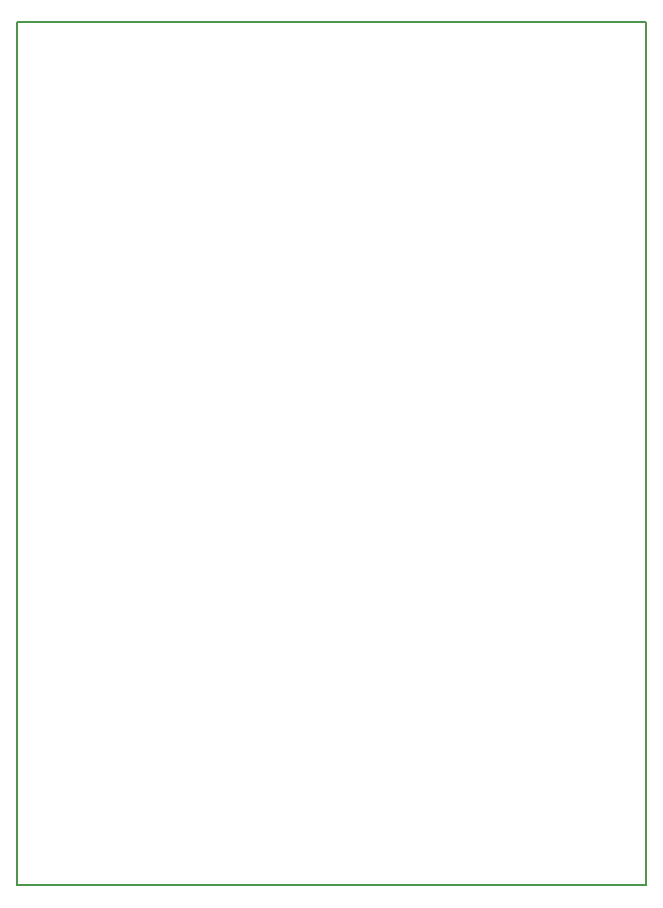
<source format=gm1>
G04 #@! TF.FileFunction,Profile,NP*
%FSLAX46Y46*%
G04 Gerber Fmt 4.6, Leading zero omitted, Abs format (unit mm)*
G04 Created by KiCad (PCBNEW 4.0.1-stable) date 2/27/2016 10:04:35 PM*
%MOMM*%
G01*
G04 APERTURE LIST*
%ADD10C,0.100000*%
%ADD11C,0.150000*%
G04 APERTURE END LIST*
D10*
D11*
X99900000Y-39550000D02*
X46600000Y-39550000D01*
X99900000Y-112650000D02*
X99900000Y-39550000D01*
X46600000Y-112650000D02*
X99900000Y-112650000D01*
X46600000Y-39550000D02*
X46600000Y-112650000D01*
M02*

</source>
